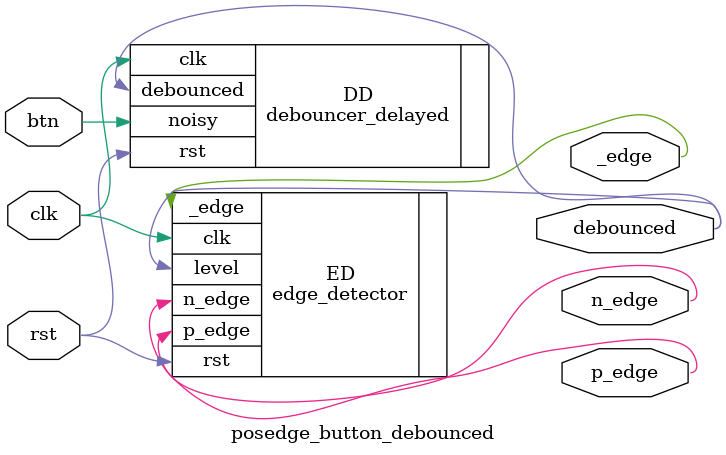
<source format=v>
`timescale 1ns / 1ps


module posedge_button_debounced(
    input clk, rst,
    input btn,
    output debounced,
    output p_edge, n_edge, _edge
    );
    
debouncer_delayed DD(
    .clk(clk),
    .rst(rst),
    .noisy(btn),
    .debounced(debounced)
    );
    
edge_detector ED(
    .clk(clk),
    .rst(rst),
    .level(debounced),
    .p_edge(p_edge),
    .n_edge(n_edge),
    ._edge(_edge)
    );        
    
    
    
    
    
endmodule
</source>
